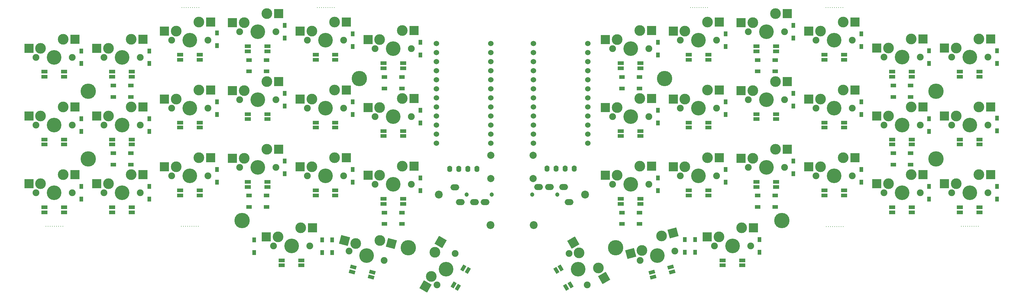
<source format=gbs>
G04 #@! TF.GenerationSoftware,KiCad,Pcbnew,(6.0.7)*
G04 #@! TF.CreationDate,2022-09-24T11:59:02+09:00*
G04 #@! TF.ProjectId,corne-cherry,636f726e-652d-4636-9865-7272792e6b69,3.0.1*
G04 #@! TF.SameCoordinates,Original*
G04 #@! TF.FileFunction,Soldermask,Bot*
G04 #@! TF.FilePolarity,Negative*
%FSLAX46Y46*%
G04 Gerber Fmt 4.6, Leading zero omitted, Abs format (unit mm)*
G04 Created by KiCad (PCBNEW (6.0.7)) date 2022-09-24 11:59:02*
%MOMM*%
%LPD*%
G01*
G04 APERTURE LIST*
G04 Aperture macros list*
%AMRotRect*
0 Rectangle, with rotation*
0 The origin of the aperture is its center*
0 $1 length*
0 $2 width*
0 $3 Rotation angle, in degrees counterclockwise*
0 Add horizontal line*
21,1,$1,$2,0,0,$3*%
G04 Aperture macros list end*
%ADD10C,2.200000*%
%ADD11C,4.300000*%
%ADD12C,1.524000*%
%ADD13C,2.000000*%
%ADD14O,1.397000X1.778000*%
%ADD15O,2.500000X1.700000*%
%ADD16C,1.200000*%
%ADD17C,3.000000*%
%ADD18RotRect,2.550000X2.500000X240.000000*%
%ADD19C,1.900000*%
%ADD20C,4.100000*%
%ADD21RotRect,2.550000X2.500000X120.000000*%
%ADD22R,1.500000X1.000000*%
%ADD23RotRect,1.700000X1.000000X345.000000*%
%ADD24R,1.700000X1.000000*%
%ADD25RotRect,1.700000X1.000000X60.000000*%
%ADD26RotRect,1.700000X1.000000X15.000000*%
%ADD27RotRect,1.700000X1.000000X300.000000*%
%ADD28R,2.550000X2.500000*%
%ADD29RotRect,2.550000X2.500000X165.000000*%
%ADD30RotRect,2.550000X2.500000X195.000000*%
%ADD31C,0.300000*%
%ADD32R,1.000000X1.400000*%
G04 APERTURE END LIST*
D10*
X168850500Y-74264000D03*
D11*
X267099500Y-64265500D03*
X191144500Y-41775500D03*
X267099500Y-45265500D03*
X223955500Y-81530500D03*
D10*
X154418500Y-82785000D03*
D11*
X177389500Y-89145000D03*
D10*
X142301500Y-82775000D03*
X127869500Y-74254000D03*
D11*
X119330500Y-89135000D03*
X72764500Y-81520500D03*
X105575500Y-41765500D03*
X29607500Y-64280000D03*
X29607500Y-45280000D03*
D12*
X127203900Y-31942000D03*
X127203900Y-34482000D03*
X127203900Y-37022000D03*
X127203900Y-39562000D03*
X127203900Y-42102000D03*
X127203900Y-44642000D03*
X127203900Y-47182000D03*
X127203900Y-49722000D03*
X127203900Y-52262000D03*
X127203900Y-54802000D03*
X127203900Y-57342000D03*
X127203900Y-59882000D03*
X142423900Y-59882000D03*
X142423900Y-57342000D03*
X142423900Y-54802000D03*
X142423900Y-52262000D03*
X142423900Y-49722000D03*
X142423900Y-47182000D03*
X142423900Y-44642000D03*
X142423900Y-42102000D03*
X142423900Y-39562000D03*
X142423900Y-37022000D03*
X142423900Y-34482000D03*
X142423900Y-31942000D03*
X154378900Y-31912000D03*
X154378900Y-34452000D03*
X154378900Y-36992000D03*
X154378900Y-39532000D03*
X154378900Y-42072000D03*
X154378900Y-44612000D03*
X154378900Y-47152000D03*
X154378900Y-49692000D03*
X154378900Y-52232000D03*
X154378900Y-54772000D03*
X154378900Y-57312000D03*
X154378900Y-59852000D03*
X169598900Y-59852000D03*
X169598900Y-57312000D03*
X169598900Y-54772000D03*
X169598900Y-52232000D03*
X169598900Y-49692000D03*
X169598900Y-47152000D03*
X169598900Y-44612000D03*
X169598900Y-42072000D03*
X169598900Y-39532000D03*
X169598900Y-36992000D03*
X169598900Y-34452000D03*
X169598900Y-31912000D03*
D13*
X154304500Y-63272000D03*
X154304500Y-69772000D03*
X142424500Y-63281000D03*
X142424500Y-69781000D03*
D14*
X165797500Y-67020000D03*
X163257500Y-67020000D03*
X160717500Y-67020000D03*
X158177500Y-67020000D03*
X138568500Y-67028000D03*
X136028500Y-67028000D03*
X133488500Y-67028000D03*
X130948500Y-67028000D03*
D15*
X164337500Y-76370000D03*
X162837500Y-72170000D03*
X158837500Y-72170000D03*
X155837500Y-72170000D03*
D16*
X161037500Y-74270000D03*
X154037500Y-74270000D03*
D15*
X132334500Y-72192000D03*
X133834500Y-76392000D03*
X137834500Y-76392000D03*
X140834500Y-76392000D03*
D16*
X135634500Y-74292000D03*
X142634500Y-74292000D03*
D17*
X126728091Y-90415295D03*
X125752795Y-97184557D03*
D18*
X128379091Y-87555680D03*
D19*
X127317500Y-99554409D03*
X132397500Y-90755591D03*
D20*
X129857500Y-95155000D03*
D18*
X124115295Y-100020790D03*
D17*
X172533909Y-94809705D03*
X167159205Y-90580443D03*
D21*
X174184909Y-97669320D03*
D19*
X164324500Y-90750591D03*
X169404500Y-99549409D03*
D20*
X166864500Y-95150000D03*
D21*
X165521705Y-87744210D03*
D22*
X41557500Y-43680000D03*
X41557500Y-46880000D03*
X36657500Y-43680000D03*
X36657500Y-46880000D03*
X79557500Y-36555000D03*
X79557500Y-39755000D03*
X74657500Y-36555000D03*
X74657500Y-39755000D03*
X117557500Y-41305000D03*
X117557500Y-44505000D03*
X112657500Y-41305000D03*
X112657500Y-44505000D03*
X41557500Y-62680000D03*
X41557500Y-65880000D03*
X36657500Y-62680000D03*
X36657500Y-65880000D03*
X79557500Y-74555000D03*
X79557500Y-77755000D03*
X74657500Y-74555000D03*
X74657500Y-77755000D03*
X117557500Y-79305000D03*
X117557500Y-82505000D03*
X112657500Y-79305000D03*
X112657500Y-82505000D03*
X260057500Y-43680000D03*
X260057500Y-46880000D03*
X255157500Y-43680000D03*
X255157500Y-46880000D03*
X222057500Y-36555000D03*
X222057500Y-39755000D03*
X217157500Y-36555000D03*
X217157500Y-39755000D03*
X184057500Y-41305000D03*
X184057500Y-44505000D03*
X179157500Y-41305000D03*
X179157500Y-44505000D03*
X260057500Y-62680000D03*
X260057500Y-65880000D03*
X255157500Y-62680000D03*
X255157500Y-65880000D03*
X222057500Y-74555000D03*
X222057500Y-77755000D03*
X217157500Y-74555000D03*
X217157500Y-77755000D03*
X184057500Y-79305000D03*
X184057500Y-82505000D03*
X179157500Y-79305000D03*
X179157500Y-82505000D03*
D23*
X109215579Y-96028752D03*
X108853233Y-97381048D03*
X103902987Y-94605248D03*
X103540641Y-95957544D03*
D24*
X22857500Y-39830000D03*
X22857500Y-41230000D03*
X17357500Y-39830000D03*
X17357500Y-41230000D03*
X41857500Y-39830000D03*
X41857500Y-41230000D03*
X36357500Y-39830000D03*
X36357500Y-41230000D03*
X60857500Y-35080000D03*
X60857500Y-36480000D03*
X55357500Y-35080000D03*
X55357500Y-36480000D03*
X79857500Y-32705000D03*
X79857500Y-34105000D03*
X74357500Y-32705000D03*
X74357500Y-34105000D03*
X98857500Y-35080000D03*
X98857500Y-36480000D03*
X93357500Y-35080000D03*
X93357500Y-36480000D03*
X117857500Y-37455000D03*
X117857500Y-38855000D03*
X112357500Y-37455000D03*
X112357500Y-38855000D03*
X22857500Y-58830000D03*
X22857500Y-60230000D03*
X17357500Y-58830000D03*
X17357500Y-60230000D03*
X41857500Y-58830000D03*
X41857500Y-60230000D03*
X36357500Y-58830000D03*
X36357500Y-60230000D03*
X60857500Y-54080000D03*
X60857500Y-55480000D03*
X55357500Y-54080000D03*
X55357500Y-55480000D03*
X79857500Y-51705000D03*
X79857500Y-53105000D03*
X74357500Y-51705000D03*
X74357500Y-53105000D03*
X98857500Y-54080000D03*
X98857500Y-55480000D03*
X93357500Y-54080000D03*
X93357500Y-55480000D03*
X117857500Y-56455000D03*
X117857500Y-57855000D03*
X112357500Y-56455000D03*
X112357500Y-57855000D03*
X22857500Y-77830000D03*
X22857500Y-79230000D03*
X17357500Y-77830000D03*
X17357500Y-79230000D03*
X41857500Y-77830000D03*
X41857500Y-79230000D03*
X36357500Y-77830000D03*
X36357500Y-79230000D03*
X60857500Y-73080000D03*
X60857500Y-74480000D03*
X55357500Y-73080000D03*
X55357500Y-74480000D03*
X79857500Y-70705000D03*
X79857500Y-72105000D03*
X74357500Y-70705000D03*
X74357500Y-72105000D03*
X117857500Y-75455000D03*
X117857500Y-76855000D03*
X112357500Y-75455000D03*
X112357500Y-76855000D03*
X89357500Y-92705000D03*
X89357500Y-94105000D03*
X83857500Y-92705000D03*
X83857500Y-94105000D03*
D25*
X134739903Y-94798430D03*
X135952339Y-95498430D03*
X131989903Y-99561570D03*
X133202339Y-100261570D03*
D24*
X222357500Y-51705000D03*
X222357500Y-53105000D03*
X216857500Y-51705000D03*
X216857500Y-53105000D03*
X203357500Y-54080000D03*
X203357500Y-55480000D03*
X197857500Y-54080000D03*
X197857500Y-55480000D03*
X184357500Y-56455000D03*
X184357500Y-57855000D03*
X178857500Y-56455000D03*
X178857500Y-57855000D03*
X279357500Y-77830000D03*
X279357500Y-79230000D03*
X273857500Y-77830000D03*
X273857500Y-79230000D03*
X260357500Y-77830000D03*
X260357500Y-79230000D03*
X254857500Y-77830000D03*
X254857500Y-79230000D03*
X241357500Y-73080000D03*
X241357500Y-74480000D03*
X235857500Y-73080000D03*
X235857500Y-74480000D03*
X222357500Y-70705000D03*
X222357500Y-72105000D03*
X216857500Y-70705000D03*
X216857500Y-72105000D03*
X203357500Y-73080000D03*
X203357500Y-74480000D03*
X197857500Y-73080000D03*
X197857500Y-74480000D03*
X184357500Y-75455000D03*
X184357500Y-76855000D03*
X178857500Y-75455000D03*
X178857500Y-76855000D03*
X212857500Y-92705000D03*
X212857500Y-94105000D03*
X207357500Y-92705000D03*
X207357500Y-94105000D03*
D26*
X192819013Y-94600248D03*
X193181359Y-95952544D03*
X187506421Y-96023752D03*
X187868767Y-97376048D03*
D27*
X164732097Y-99556570D03*
X163519661Y-100256570D03*
X161982097Y-94793430D03*
X160769661Y-95493430D03*
D24*
X98857500Y-73080000D03*
X98857500Y-74480000D03*
X93357500Y-73080000D03*
X93357500Y-74480000D03*
X279357500Y-39830000D03*
X279357500Y-41230000D03*
X273857500Y-39830000D03*
X273857500Y-41230000D03*
X260357500Y-39830000D03*
X260357500Y-41230000D03*
X254857500Y-39830000D03*
X254857500Y-41230000D03*
X241357500Y-35080000D03*
X241357500Y-36480000D03*
X235857500Y-35080000D03*
X235857500Y-36480000D03*
X222357500Y-32705000D03*
X222357500Y-34105000D03*
X216857500Y-32705000D03*
X216857500Y-34105000D03*
X203357500Y-35080000D03*
X203357500Y-36480000D03*
X197857500Y-35080000D03*
X197857500Y-36480000D03*
X184357500Y-37455000D03*
X184357500Y-38855000D03*
X178857500Y-37455000D03*
X178857500Y-38855000D03*
X279357500Y-58830000D03*
X279357500Y-60230000D03*
X273857500Y-58830000D03*
X273857500Y-60230000D03*
X260357500Y-58830000D03*
X260357500Y-60230000D03*
X254857500Y-58830000D03*
X254857500Y-60230000D03*
X241357500Y-54080000D03*
X241357500Y-55480000D03*
X235857500Y-54080000D03*
X235857500Y-55480000D03*
D17*
X117647500Y-28325000D03*
X111297500Y-30865000D03*
D28*
X120949500Y-28325000D03*
D19*
X110027500Y-33405000D03*
X120187500Y-33405000D03*
D20*
X115107500Y-33405000D03*
D28*
X108022500Y-30865000D03*
D17*
X184154500Y-47320000D03*
X177804500Y-49860000D03*
D28*
X187456500Y-47320000D03*
D19*
X176534500Y-52400000D03*
X186694500Y-52400000D03*
D20*
X181614500Y-52400000D03*
D28*
X174529500Y-49860000D03*
D17*
X184154500Y-66320000D03*
X177804500Y-68860000D03*
D28*
X187456500Y-66320000D03*
D19*
X176534500Y-71400000D03*
X186694500Y-71400000D03*
D20*
X181614500Y-71400000D03*
D28*
X174529500Y-68860000D03*
D17*
X22647500Y-68700000D03*
X16297500Y-71240000D03*
D28*
X25949500Y-68700000D03*
D19*
X15027500Y-73780000D03*
X25187500Y-73780000D03*
D20*
X20107500Y-73780000D03*
D28*
X13022500Y-71240000D03*
D17*
X260154500Y-68695000D03*
X253804500Y-71235000D03*
D28*
X263456500Y-68695000D03*
D19*
X252534500Y-73775000D03*
X262694500Y-73775000D03*
D20*
X257614500Y-73775000D03*
D28*
X250529500Y-71235000D03*
D17*
X222154500Y-61570000D03*
X215804500Y-64110000D03*
D28*
X225456500Y-61570000D03*
D19*
X214534500Y-66650000D03*
X224694500Y-66650000D03*
D20*
X219614500Y-66650000D03*
D28*
X212529500Y-64110000D03*
D17*
X41647500Y-68700000D03*
X35297500Y-71240000D03*
D28*
X44949500Y-68700000D03*
D19*
X34027500Y-73780000D03*
X44187500Y-73780000D03*
D20*
X39107500Y-73780000D03*
D28*
X32022500Y-71240000D03*
D17*
X22647500Y-49700000D03*
X16297500Y-52240000D03*
D28*
X25949500Y-49700000D03*
D19*
X15027500Y-54780000D03*
X25187500Y-54780000D03*
D20*
X20107500Y-54780000D03*
D28*
X13022500Y-52240000D03*
D17*
X41647500Y-49700000D03*
X35297500Y-52240000D03*
D28*
X44949500Y-49700000D03*
D19*
X34027500Y-54780000D03*
X44187500Y-54780000D03*
D20*
X39107500Y-54780000D03*
D28*
X32022500Y-52240000D03*
D17*
X22647500Y-30700000D03*
X16297500Y-33240000D03*
D28*
X25949500Y-30700000D03*
D19*
X15027500Y-35780000D03*
X25187500Y-35780000D03*
D20*
X20107500Y-35780000D03*
D28*
X13022500Y-33240000D03*
D17*
X41647500Y-30700000D03*
X35297500Y-33240000D03*
D28*
X44949500Y-30700000D03*
D19*
X34027500Y-35780000D03*
X44187500Y-35780000D03*
D20*
X39107500Y-35780000D03*
D28*
X32022500Y-33240000D03*
D17*
X60647500Y-25950000D03*
X54297500Y-28490000D03*
D28*
X63949500Y-25950000D03*
D19*
X53027500Y-31030000D03*
X63187500Y-31030000D03*
D20*
X58107500Y-31030000D03*
D28*
X51022500Y-28490000D03*
D17*
X79647500Y-23575000D03*
X73297500Y-26115000D03*
D28*
X82949500Y-23575000D03*
D19*
X72027500Y-28655000D03*
X82187500Y-28655000D03*
D20*
X77107500Y-28655000D03*
D28*
X70022500Y-26115000D03*
D17*
X98647500Y-25950000D03*
X92297500Y-28490000D03*
D28*
X101949500Y-25950000D03*
D19*
X91027500Y-31030000D03*
X101187500Y-31030000D03*
D20*
X96107500Y-31030000D03*
D28*
X89022500Y-28490000D03*
D17*
X60647500Y-44950000D03*
X54297500Y-47490000D03*
D28*
X63949500Y-44950000D03*
D19*
X53027500Y-50030000D03*
X63187500Y-50030000D03*
D20*
X58107500Y-50030000D03*
D28*
X51022500Y-47490000D03*
D17*
X79647500Y-42575000D03*
X73297500Y-45115000D03*
D28*
X82949500Y-42575000D03*
D19*
X72027500Y-47655000D03*
X82187500Y-47655000D03*
D20*
X77107500Y-47655000D03*
D28*
X70022500Y-45115000D03*
D17*
X98647500Y-44950000D03*
X92297500Y-47490000D03*
D28*
X101949500Y-44950000D03*
D19*
X91027500Y-50030000D03*
X101187500Y-50030000D03*
D20*
X96107500Y-50030000D03*
D28*
X89022500Y-47490000D03*
D17*
X117647500Y-47325000D03*
X111297500Y-49865000D03*
D28*
X120949500Y-47325000D03*
D19*
X110027500Y-52405000D03*
X120187500Y-52405000D03*
D20*
X115107500Y-52405000D03*
D28*
X108022500Y-49865000D03*
D17*
X60647500Y-63950000D03*
X54297500Y-66490000D03*
D28*
X63949500Y-63950000D03*
D19*
X53027500Y-69030000D03*
X63187500Y-69030000D03*
D20*
X58107500Y-69030000D03*
D28*
X51022500Y-66490000D03*
D17*
X79647500Y-61575000D03*
X73297500Y-64115000D03*
D28*
X82949500Y-61575000D03*
D19*
X72027500Y-66655000D03*
X82187500Y-66655000D03*
D20*
X77107500Y-66655000D03*
D28*
X70022500Y-64115000D03*
D17*
X98647500Y-63950000D03*
X92297500Y-66490000D03*
D28*
X101949500Y-63950000D03*
D19*
X91027500Y-69030000D03*
X101187500Y-69030000D03*
D20*
X96107500Y-69030000D03*
D28*
X89022500Y-66490000D03*
D17*
X117647500Y-66325000D03*
X111297500Y-68865000D03*
D28*
X120949500Y-66325000D03*
D19*
X110027500Y-71405000D03*
X120187500Y-71405000D03*
D20*
X115107500Y-71405000D03*
D28*
X108022500Y-68865000D03*
D17*
X89147500Y-83575000D03*
X82797500Y-86115000D03*
D28*
X92449500Y-83575000D03*
D19*
X81527500Y-88655000D03*
X91687500Y-88655000D03*
D20*
X86607500Y-88655000D03*
D28*
X79522500Y-86115000D03*
D17*
X111375752Y-87155497D03*
X104584723Y-87965448D03*
D29*
X114565239Y-88010118D03*
D19*
X102700597Y-90090199D03*
X112514403Y-92719801D03*
D20*
X107607500Y-91405000D03*
D29*
X101421316Y-87117815D03*
D17*
X279154500Y-30695000D03*
X272804500Y-33235000D03*
D28*
X282456500Y-30695000D03*
D19*
X271534500Y-35775000D03*
X281694500Y-35775000D03*
D20*
X276614500Y-35775000D03*
D28*
X269529500Y-33235000D03*
D17*
X260154500Y-30695000D03*
X253804500Y-33235000D03*
D28*
X263456500Y-30695000D03*
D19*
X252534500Y-35775000D03*
X262694500Y-35775000D03*
D20*
X257614500Y-35775000D03*
D28*
X250529500Y-33235000D03*
D17*
X241154500Y-25945000D03*
X234804500Y-28485000D03*
D28*
X244456500Y-25945000D03*
D19*
X233534500Y-31025000D03*
X243694500Y-31025000D03*
D20*
X238614500Y-31025000D03*
D28*
X231529500Y-28485000D03*
D17*
X222154500Y-23570000D03*
X215804500Y-26110000D03*
D28*
X225456500Y-23570000D03*
D19*
X214534500Y-28650000D03*
X224694500Y-28650000D03*
D20*
X219614500Y-28650000D03*
D28*
X212529500Y-26110000D03*
D17*
X203154500Y-25945000D03*
X196804500Y-28485000D03*
D28*
X206456500Y-25945000D03*
D19*
X195534500Y-31025000D03*
X205694500Y-31025000D03*
D20*
X200614500Y-31025000D03*
D28*
X193529500Y-28485000D03*
D17*
X184147500Y-28325000D03*
X177797500Y-30865000D03*
D28*
X187449500Y-28325000D03*
D19*
X176527500Y-33405000D03*
X186687500Y-33405000D03*
D20*
X181607500Y-33405000D03*
D28*
X174522500Y-30865000D03*
D17*
X279154500Y-49695000D03*
X272804500Y-52235000D03*
D28*
X282456500Y-49695000D03*
D19*
X271534500Y-54775000D03*
X281694500Y-54775000D03*
D20*
X276614500Y-54775000D03*
D28*
X269529500Y-52235000D03*
D17*
X260154500Y-49695000D03*
X253804500Y-52235000D03*
D28*
X263456500Y-49695000D03*
D19*
X252534500Y-54775000D03*
X262694500Y-54775000D03*
D20*
X257614500Y-54775000D03*
D28*
X250529500Y-52235000D03*
D17*
X241154500Y-44945000D03*
X234804500Y-47485000D03*
D28*
X244456500Y-44945000D03*
D19*
X233534500Y-50025000D03*
X243694500Y-50025000D03*
D20*
X238614500Y-50025000D03*
D28*
X231529500Y-47485000D03*
D17*
X222154500Y-42570000D03*
X215804500Y-45110000D03*
D28*
X225456500Y-42570000D03*
D19*
X214534500Y-47650000D03*
X224694500Y-47650000D03*
D20*
X219614500Y-47650000D03*
D28*
X212529500Y-45110000D03*
D17*
X203154500Y-44945000D03*
X196804500Y-47485000D03*
D28*
X206456500Y-44945000D03*
D19*
X195534500Y-50025000D03*
X205694500Y-50025000D03*
D20*
X200614500Y-50025000D03*
D28*
X193529500Y-47485000D03*
D17*
X279154500Y-68695000D03*
X272804500Y-71235000D03*
D28*
X282456500Y-68695000D03*
D19*
X271534500Y-73775000D03*
X281694500Y-73775000D03*
D20*
X276614500Y-73775000D03*
D28*
X269529500Y-71235000D03*
D17*
X241154500Y-63945000D03*
X234804500Y-66485000D03*
D28*
X244456500Y-63945000D03*
D19*
X233534500Y-69025000D03*
X243694500Y-69025000D03*
D20*
X238614500Y-69025000D03*
D28*
X231529500Y-66485000D03*
D17*
X203154500Y-63945000D03*
X196804500Y-66485000D03*
D28*
X206456500Y-63945000D03*
D19*
X195534500Y-69025000D03*
X205694500Y-69025000D03*
D20*
X200614500Y-69025000D03*
D28*
X193529500Y-66485000D03*
D17*
X212654500Y-83570000D03*
X206304500Y-86110000D03*
D28*
X215956500Y-83570000D03*
D19*
X205034500Y-88650000D03*
X215194500Y-88650000D03*
D20*
X210114500Y-88650000D03*
D28*
X203029500Y-86110000D03*
D17*
X190253151Y-85835696D03*
X184776922Y-89932649D03*
D30*
X193442638Y-84981076D03*
D19*
X184207597Y-92714801D03*
X194021403Y-90085199D03*
D20*
X189114500Y-91400000D03*
D30*
X181613515Y-90780281D03*
D31*
X238649500Y-21870000D03*
X238055750Y-21870000D03*
X237462000Y-21870000D03*
X236868250Y-21870000D03*
X236274500Y-21870000D03*
X240430750Y-21870000D03*
X239243250Y-21870000D03*
X241024500Y-21870000D03*
X239837000Y-21870000D03*
X200737500Y-21885000D03*
X200143750Y-21885000D03*
X199550000Y-21885000D03*
X198956250Y-21885000D03*
X198362500Y-21885000D03*
X202518750Y-21885000D03*
X201331250Y-21885000D03*
X203112500Y-21885000D03*
X201925000Y-21885000D03*
X238741500Y-83193000D03*
X238147750Y-83193000D03*
X237554000Y-83193000D03*
X236960250Y-83193000D03*
X236366500Y-83193000D03*
X240522750Y-83193000D03*
X239335250Y-83193000D03*
X241116500Y-83193000D03*
X239929000Y-83193000D03*
X276655500Y-83183000D03*
X276061750Y-83183000D03*
X275468000Y-83183000D03*
X274874250Y-83183000D03*
X274280500Y-83183000D03*
X278436750Y-83183000D03*
X277249250Y-83183000D03*
X279030500Y-83183000D03*
X277843000Y-83183000D03*
X56936000Y-83178000D03*
X55748500Y-83178000D03*
X57529750Y-83178000D03*
X56342250Y-83178000D03*
X60498500Y-83178000D03*
X59904750Y-83178000D03*
X59311000Y-83178000D03*
X58717250Y-83178000D03*
X58123500Y-83178000D03*
X18975000Y-83176000D03*
X17787500Y-83176000D03*
X19568750Y-83176000D03*
X18381250Y-83176000D03*
X22537500Y-83176000D03*
X21943750Y-83176000D03*
X21350000Y-83176000D03*
X20756250Y-83176000D03*
X20162500Y-83176000D03*
X95020000Y-21873000D03*
X93832500Y-21873000D03*
X95613750Y-21873000D03*
X94426250Y-21873000D03*
X98582500Y-21873000D03*
X97988750Y-21873000D03*
X97395000Y-21873000D03*
X96801250Y-21873000D03*
X96207500Y-21873000D03*
X57049250Y-21869000D03*
X55861750Y-21869000D03*
X57643000Y-21869000D03*
X56455500Y-21869000D03*
X60611750Y-21869000D03*
X60018000Y-21869000D03*
X59424250Y-21869000D03*
X58830500Y-21869000D03*
X58236750Y-21869000D03*
D32*
X103707500Y-48255000D03*
X103707500Y-51805000D03*
X65707500Y-48255000D03*
X65707500Y-51805000D03*
X227214500Y-26875000D03*
X227214500Y-30425000D03*
X27734500Y-34001875D03*
X27734500Y-37551875D03*
X46734500Y-34005000D03*
X46734500Y-37555000D03*
X65707500Y-29005000D03*
X65707500Y-32555000D03*
X84707500Y-26880000D03*
X84707500Y-30430000D03*
X103707500Y-29255000D03*
X103707500Y-32805000D03*
X122707500Y-31630000D03*
X122707500Y-35180000D03*
X27734500Y-53001875D03*
X27734500Y-56551875D03*
X46734500Y-53005000D03*
X46734500Y-56555000D03*
X84707500Y-45880000D03*
X84707500Y-49430000D03*
X122707500Y-50630000D03*
X122707500Y-54180000D03*
X27734500Y-72001875D03*
X27734500Y-75551875D03*
X46734500Y-72005000D03*
X46734500Y-75555000D03*
X65707500Y-67255000D03*
X65707500Y-70805000D03*
X84707500Y-64880000D03*
X84707500Y-68430000D03*
X103707500Y-67255000D03*
X103707500Y-70805000D03*
X122707500Y-69630000D03*
X122707500Y-73180000D03*
X76157500Y-86995000D03*
X76157500Y-90545000D03*
X95164500Y-86990000D03*
X95164500Y-90540000D03*
X98007500Y-86990000D03*
X98007500Y-90540000D03*
X284214500Y-34000000D03*
X284214500Y-37550000D03*
X265214500Y-34000000D03*
X265214500Y-37550000D03*
X246214500Y-29250000D03*
X246214500Y-32800000D03*
X208214500Y-29250000D03*
X208214500Y-32800000D03*
X189207500Y-31630000D03*
X189207500Y-35180000D03*
X284214500Y-52850000D03*
X284214500Y-56400000D03*
X265214500Y-53000000D03*
X265214500Y-56550000D03*
X246214500Y-48250000D03*
X246214500Y-51800000D03*
X227214500Y-45875000D03*
X227214500Y-49425000D03*
X208214500Y-48250000D03*
X208214500Y-51800000D03*
X189207500Y-50630000D03*
X189207500Y-54180000D03*
X284214500Y-72000000D03*
X284214500Y-75550000D03*
X265214500Y-72000000D03*
X265214500Y-75550000D03*
X246214500Y-67250000D03*
X246214500Y-70800000D03*
X227214500Y-64875000D03*
X227214500Y-68425000D03*
X208214500Y-67250000D03*
X208214500Y-70800000D03*
X189207500Y-69630000D03*
X189207500Y-73180000D03*
X217714500Y-86860000D03*
X217714500Y-90410000D03*
X199664500Y-86875000D03*
X199664500Y-90425000D03*
X196814500Y-86875000D03*
X196814500Y-90425000D03*
M02*

</source>
